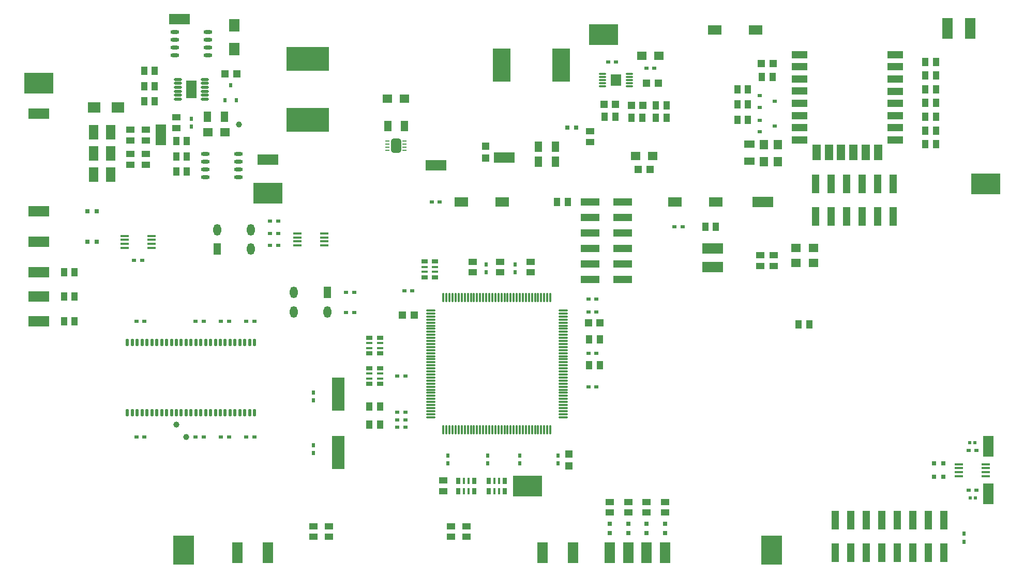
<source format=gtp>
G04 Layer_Color=8421504*
%FSLAX25Y25*%
%MOIN*%
G70*
G01*
G75*
%ADD11R,0.05512X0.04331*%
%ADD12R,0.03150X0.03150*%
%ADD13O,0.02165X0.04724*%
%ADD14R,0.05118X0.07480*%
%ADD15O,0.05118X0.07480*%
%ADD16R,0.07874X0.21654*%
%ADD17R,0.06614X0.07402*%
%ADD18O,0.05315X0.01142*%
%ADD19R,0.05512X0.01693*%
%ADD20R,0.02756X0.00984*%
G04:AMPARAMS|DCode=21|XSize=93.7mil|YSize=64.96mil|CornerRadius=16.24mil|HoleSize=0mil|Usage=FLASHONLY|Rotation=270.000|XOffset=0mil|YOffset=0mil|HoleType=Round|Shape=RoundedRectangle|*
%AMROUNDEDRECTD21*
21,1,0.09370,0.03248,0,0,270.0*
21,1,0.06122,0.06496,0,0,270.0*
1,1,0.03248,-0.01624,-0.03061*
1,1,0.03248,-0.01624,0.03061*
1,1,0.03248,0.01624,0.03061*
1,1,0.03248,0.01624,-0.03061*
%
%ADD21ROUNDEDRECTD21*%
%ADD22O,0.05709X0.02362*%
%ADD23O,0.05315X0.01693*%
%ADD24R,0.06929X0.11614*%
%ADD25O,0.01161X0.06496*%
%ADD26O,0.06496X0.01161*%
%ADD27R,0.07087X0.13386*%
%ADD28C,0.03937*%
%ADD29R,0.13386X0.07087*%
%ADD30R,0.09055X0.05906*%
%ADD31R,0.04331X0.01772*%
%ADD32R,0.04331X0.02756*%
%ADD33R,0.01772X0.04331*%
%ADD34R,0.02756X0.04331*%
%ADD35R,0.04331X0.05512*%
%ADD36R,0.04921X0.06890*%
%ADD37R,0.02362X0.02165*%
%ADD38R,0.03150X0.02362*%
%ADD39R,0.11417X0.21260*%
%ADD40R,0.27559X0.15748*%
%ADD41R,0.05000X0.12000*%
%ADD42R,0.12000X0.05000*%
%ADD43R,0.03150X0.03150*%
%ADD44R,0.02362X0.03150*%
%ADD45R,0.08465X0.07087*%
%ADD46R,0.07087X0.08465*%
%ADD47R,0.05512X0.05906*%
%ADD48R,0.04724X0.04724*%
%ADD49R,0.03150X0.02362*%
%ADD50R,0.05906X0.05512*%
%ADD51R,0.04724X0.04724*%
%ADD52R,0.02362X0.03150*%
%ADD53R,0.05906X0.09449*%
%ADD54R,0.06890X0.04921*%
%ADD55R,0.18504X0.13386*%
%ADD56R,0.13386X0.18504*%
%ADD57R,0.10000X0.04500*%
%ADD58R,0.05500X0.10000*%
D11*
X375000Y287894D02*
D03*
Y281004D02*
D03*
X299213Y203740D02*
D03*
Y196850D02*
D03*
X387795Y41831D02*
D03*
Y48720D02*
D03*
X399606Y41831D02*
D03*
Y48720D02*
D03*
X411417Y41831D02*
D03*
Y48720D02*
D03*
X423228Y41831D02*
D03*
Y48720D02*
D03*
X88583Y266240D02*
D03*
Y273130D02*
D03*
X78740Y266240D02*
D03*
Y273130D02*
D03*
X108268Y296752D02*
D03*
Y289862D02*
D03*
X316929Y203740D02*
D03*
Y196850D02*
D03*
X336614D02*
D03*
Y203740D02*
D03*
X206693Y32972D02*
D03*
Y26083D02*
D03*
X196850Y32972D02*
D03*
Y26083D02*
D03*
X295276Y32972D02*
D03*
Y26083D02*
D03*
X285433Y32972D02*
D03*
Y26083D02*
D03*
X280512Y62500D02*
D03*
Y55610D02*
D03*
X484646Y200886D02*
D03*
Y207776D02*
D03*
X493504Y200886D02*
D03*
Y207776D02*
D03*
X88583Y281988D02*
D03*
Y288878D02*
D03*
X78740Y281988D02*
D03*
Y288878D02*
D03*
D12*
X360236Y290354D02*
D03*
X366142D02*
D03*
X57087Y236221D02*
D03*
X51181D02*
D03*
X57087Y216535D02*
D03*
X51181D02*
D03*
X602756Y73425D02*
D03*
X596850D02*
D03*
X602756Y64764D02*
D03*
X596850D02*
D03*
D13*
X76870Y106299D02*
D03*
X80020D02*
D03*
X83169D02*
D03*
X86319D02*
D03*
X89468D02*
D03*
X92618D02*
D03*
X95768D02*
D03*
X98917D02*
D03*
X102067D02*
D03*
X105217D02*
D03*
X108366D02*
D03*
X111516D02*
D03*
X114665D02*
D03*
X117815D02*
D03*
X120965D02*
D03*
X124114D02*
D03*
X127264D02*
D03*
X130413D02*
D03*
X133563D02*
D03*
X136713D02*
D03*
X139862D02*
D03*
X143012D02*
D03*
X146161D02*
D03*
X149311D02*
D03*
X152461D02*
D03*
X155610D02*
D03*
X158760D02*
D03*
X76870Y151575D02*
D03*
X80020D02*
D03*
X83169D02*
D03*
X86319D02*
D03*
X89468D02*
D03*
X92618D02*
D03*
X95768D02*
D03*
X98917D02*
D03*
X102067D02*
D03*
X105217D02*
D03*
X108366D02*
D03*
X111516D02*
D03*
X114665D02*
D03*
X117815D02*
D03*
X120965D02*
D03*
X124114D02*
D03*
X127264D02*
D03*
X130413D02*
D03*
X133563D02*
D03*
X136713D02*
D03*
X139862D02*
D03*
X143012D02*
D03*
X146161D02*
D03*
X149311D02*
D03*
X152461D02*
D03*
X155610D02*
D03*
X158760D02*
D03*
D14*
X134744Y211814D02*
D03*
X205610Y183760D02*
D03*
D15*
X156398Y211814D02*
D03*
X134744Y224412D02*
D03*
X156398D02*
D03*
X183957Y183760D02*
D03*
X205610Y171161D02*
D03*
X183957D02*
D03*
D16*
X212598Y118110D02*
D03*
Y80709D02*
D03*
D17*
X391732Y320866D02*
D03*
D18*
X400492Y316929D02*
D03*
Y318898D02*
D03*
Y320866D02*
D03*
Y322835D02*
D03*
Y324803D02*
D03*
X382972Y316929D02*
D03*
Y318898D02*
D03*
Y320866D02*
D03*
Y322835D02*
D03*
Y324803D02*
D03*
D19*
X612795Y73032D02*
D03*
Y70473D02*
D03*
Y67913D02*
D03*
Y65354D02*
D03*
X630118Y73032D02*
D03*
Y70473D02*
D03*
Y67913D02*
D03*
Y65354D02*
D03*
X92323Y212697D02*
D03*
Y215256D02*
D03*
Y217815D02*
D03*
Y220374D02*
D03*
X75000Y212697D02*
D03*
Y215256D02*
D03*
Y217815D02*
D03*
Y220374D02*
D03*
X186319Y221951D02*
D03*
Y219392D02*
D03*
Y216833D02*
D03*
Y214274D02*
D03*
X203642Y221951D02*
D03*
Y219392D02*
D03*
Y216833D02*
D03*
Y214274D02*
D03*
D20*
X255512Y281594D02*
D03*
Y279626D02*
D03*
Y277658D02*
D03*
Y275689D02*
D03*
X244488D02*
D03*
Y277658D02*
D03*
Y279626D02*
D03*
Y281594D02*
D03*
D21*
X250000Y278543D02*
D03*
D22*
X127067Y273248D02*
D03*
Y268248D02*
D03*
Y263248D02*
D03*
Y258248D02*
D03*
X148524Y273248D02*
D03*
Y268248D02*
D03*
Y263248D02*
D03*
Y258248D02*
D03*
X107382Y351988D02*
D03*
Y346988D02*
D03*
Y341988D02*
D03*
Y336988D02*
D03*
X128839Y351988D02*
D03*
Y346988D02*
D03*
Y341988D02*
D03*
Y336988D02*
D03*
D23*
X109350Y321358D02*
D03*
Y318799D02*
D03*
Y316240D02*
D03*
Y313681D02*
D03*
Y311122D02*
D03*
Y308563D02*
D03*
X126870Y321358D02*
D03*
Y318799D02*
D03*
Y316240D02*
D03*
Y313681D02*
D03*
Y311122D02*
D03*
Y308563D02*
D03*
D24*
X118110Y314961D02*
D03*
D25*
X280512Y180413D02*
D03*
X282480D02*
D03*
X284449D02*
D03*
X286417D02*
D03*
X288386D02*
D03*
X290354D02*
D03*
X292323D02*
D03*
X294291D02*
D03*
X296260D02*
D03*
X298228D02*
D03*
X300197D02*
D03*
X302165D02*
D03*
X304134D02*
D03*
X306102D02*
D03*
X308071D02*
D03*
X310039D02*
D03*
X312008D02*
D03*
X313976D02*
D03*
X315945D02*
D03*
X317913D02*
D03*
X319882D02*
D03*
X321850D02*
D03*
X323819D02*
D03*
X325787D02*
D03*
X327756D02*
D03*
X329724D02*
D03*
X331693D02*
D03*
X333661D02*
D03*
X335630D02*
D03*
X337598D02*
D03*
X339567D02*
D03*
X341535D02*
D03*
X343504D02*
D03*
X345472D02*
D03*
X347441D02*
D03*
X349410D02*
D03*
Y95177D02*
D03*
X347441D02*
D03*
X345472D02*
D03*
X343504D02*
D03*
X341535D02*
D03*
X339567D02*
D03*
X337598D02*
D03*
X335630D02*
D03*
X333661D02*
D03*
X331693D02*
D03*
X329724D02*
D03*
X327756D02*
D03*
X325787D02*
D03*
X323819D02*
D03*
X321850D02*
D03*
X319882D02*
D03*
X317913D02*
D03*
X315945D02*
D03*
X313976D02*
D03*
X312008D02*
D03*
X310039D02*
D03*
X308071D02*
D03*
X306102D02*
D03*
X304134D02*
D03*
X302165D02*
D03*
X300197D02*
D03*
X298228D02*
D03*
X296260D02*
D03*
X294291D02*
D03*
X292323D02*
D03*
X290354D02*
D03*
X288386D02*
D03*
X286417D02*
D03*
X284449D02*
D03*
X282480D02*
D03*
X280512D02*
D03*
D26*
X357579Y172244D02*
D03*
Y170276D02*
D03*
Y168307D02*
D03*
Y166339D02*
D03*
Y164370D02*
D03*
Y162402D02*
D03*
Y160433D02*
D03*
Y158465D02*
D03*
Y156496D02*
D03*
Y154528D02*
D03*
Y152559D02*
D03*
Y150591D02*
D03*
Y148622D02*
D03*
Y146653D02*
D03*
Y144685D02*
D03*
Y142717D02*
D03*
Y140748D02*
D03*
Y138779D02*
D03*
Y136811D02*
D03*
Y134843D02*
D03*
Y132874D02*
D03*
Y130905D02*
D03*
Y128937D02*
D03*
Y126969D02*
D03*
Y125000D02*
D03*
Y123031D02*
D03*
Y121063D02*
D03*
Y119095D02*
D03*
Y117126D02*
D03*
Y115157D02*
D03*
Y113189D02*
D03*
Y111221D02*
D03*
Y109252D02*
D03*
Y107283D02*
D03*
Y105315D02*
D03*
Y103347D02*
D03*
X272342D02*
D03*
Y105315D02*
D03*
Y107283D02*
D03*
Y109252D02*
D03*
Y111221D02*
D03*
Y113189D02*
D03*
Y115157D02*
D03*
Y117126D02*
D03*
Y119095D02*
D03*
Y121063D02*
D03*
Y123031D02*
D03*
Y125000D02*
D03*
Y126969D02*
D03*
Y128937D02*
D03*
Y130905D02*
D03*
Y132874D02*
D03*
Y134843D02*
D03*
Y136811D02*
D03*
Y138779D02*
D03*
Y140748D02*
D03*
Y142717D02*
D03*
Y144685D02*
D03*
Y146653D02*
D03*
Y148622D02*
D03*
Y150591D02*
D03*
Y152559D02*
D03*
Y154528D02*
D03*
Y156496D02*
D03*
Y158465D02*
D03*
Y160433D02*
D03*
Y162402D02*
D03*
Y164370D02*
D03*
Y166339D02*
D03*
Y168307D02*
D03*
Y170276D02*
D03*
Y172244D02*
D03*
D27*
X620079Y354331D02*
D03*
X605315D02*
D03*
X631791Y84653D02*
D03*
Y53937D02*
D03*
X387795Y15748D02*
D03*
X399606D02*
D03*
X411417D02*
D03*
X423228D02*
D03*
X98425Y285433D02*
D03*
X167323Y15748D02*
D03*
X147638D02*
D03*
X364173D02*
D03*
X344488D02*
D03*
D28*
X114665Y90551D02*
D03*
X148819Y292126D02*
D03*
X108366Y98721D02*
D03*
D29*
X319685Y270866D02*
D03*
X19685Y165354D02*
D03*
Y181102D02*
D03*
Y196850D02*
D03*
Y236221D02*
D03*
Y216535D02*
D03*
X275590Y265748D02*
D03*
X110236Y360236D02*
D03*
X167323Y269685D02*
D03*
X19685Y299213D02*
D03*
X454134Y200394D02*
D03*
Y212205D02*
D03*
X486221Y242126D02*
D03*
D30*
X455315Y353346D02*
D03*
X481693D02*
D03*
X456102Y242126D02*
D03*
X429724D02*
D03*
X318307D02*
D03*
X291929D02*
D03*
D31*
X239567Y128347D02*
D03*
Y131496D02*
D03*
X232874Y128347D02*
D03*
Y131496D02*
D03*
X239567Y148031D02*
D03*
Y151181D02*
D03*
X232874Y148031D02*
D03*
Y151181D02*
D03*
X268307Y200394D02*
D03*
Y197244D02*
D03*
X275000Y200394D02*
D03*
Y197244D02*
D03*
D32*
X239567Y124823D02*
D03*
Y135020D02*
D03*
X232874Y124823D02*
D03*
Y135020D02*
D03*
X239567Y144508D02*
D03*
Y154705D02*
D03*
X232874Y144508D02*
D03*
Y154705D02*
D03*
X268307Y203917D02*
D03*
Y193720D02*
D03*
X275000Y203917D02*
D03*
Y193720D02*
D03*
D33*
X316535Y62402D02*
D03*
X313386D02*
D03*
X316535Y55709D02*
D03*
X313386D02*
D03*
X296850Y62402D02*
D03*
X293701D02*
D03*
X296850Y55709D02*
D03*
X293701D02*
D03*
D34*
X320059Y62402D02*
D03*
X309862D02*
D03*
X320059Y55709D02*
D03*
X309862D02*
D03*
X300374Y62402D02*
D03*
X290177D02*
D03*
X300374Y55709D02*
D03*
X290177D02*
D03*
D35*
X469980Y295276D02*
D03*
X476870D02*
D03*
X591043Y314961D02*
D03*
X597933D02*
D03*
X591043Y323819D02*
D03*
X597933D02*
D03*
X591043Y279528D02*
D03*
X597933D02*
D03*
X469980Y305118D02*
D03*
X476870D02*
D03*
X591043Y306102D02*
D03*
X597933D02*
D03*
X591043Y332677D02*
D03*
X597933D02*
D03*
X591043Y288386D02*
D03*
X597933D02*
D03*
X591043Y297244D02*
D03*
X597933D02*
D03*
X485728Y322835D02*
D03*
X492618D02*
D03*
X469980Y314961D02*
D03*
X476870D02*
D03*
X381398Y136811D02*
D03*
X374508D02*
D03*
X391240Y297244D02*
D03*
X384350D02*
D03*
X417323Y304724D02*
D03*
X424213D02*
D03*
Y296457D02*
D03*
X417323D02*
D03*
X401673D02*
D03*
X408563D02*
D03*
X35925Y165354D02*
D03*
X42815D02*
D03*
X35925Y181102D02*
D03*
X42815D02*
D03*
X35925Y196850D02*
D03*
X42815D02*
D03*
X115157Y281496D02*
D03*
X108268D02*
D03*
X94488Y307087D02*
D03*
X87598D02*
D03*
X108268Y271654D02*
D03*
X115157D02*
D03*
Y261811D02*
D03*
X108268D02*
D03*
X87598Y316929D02*
D03*
X94488D02*
D03*
X87598Y326772D02*
D03*
X94488D02*
D03*
X449311Y226378D02*
D03*
X456201D02*
D03*
X360728Y242126D02*
D03*
X353839D02*
D03*
X232776Y98425D02*
D03*
X239665D02*
D03*
X232776Y110236D02*
D03*
X239665D02*
D03*
X509350Y163386D02*
D03*
X516240D02*
D03*
X374508Y153543D02*
D03*
X381398D02*
D03*
D36*
X352559Y277953D02*
D03*
X341732D02*
D03*
X352559Y268110D02*
D03*
X341732D02*
D03*
X244587Y291339D02*
D03*
X255413D02*
D03*
X128445Y297244D02*
D03*
X139272D02*
D03*
D37*
X619783Y86910D02*
D03*
X623130D02*
D03*
X623228Y51279D02*
D03*
X619882D02*
D03*
D38*
X494095Y291339D02*
D03*
X484252Y287598D02*
D03*
Y295079D02*
D03*
X494095Y307087D02*
D03*
X484252Y303346D02*
D03*
Y310827D02*
D03*
D39*
X356299Y330709D02*
D03*
X318110D02*
D03*
D40*
X192913Y334646D02*
D03*
Y295276D02*
D03*
D41*
X570354Y253937D02*
D03*
Y232937D02*
D03*
X560354Y253937D02*
D03*
Y232937D02*
D03*
X550354Y253937D02*
D03*
Y232937D02*
D03*
X540354Y253937D02*
D03*
Y232937D02*
D03*
X530354Y253937D02*
D03*
Y232937D02*
D03*
X520354Y253937D02*
D03*
Y232937D02*
D03*
X532992Y15748D02*
D03*
Y36748D02*
D03*
X542992Y15748D02*
D03*
Y36748D02*
D03*
X552992Y15748D02*
D03*
Y36748D02*
D03*
X562992Y15748D02*
D03*
Y36748D02*
D03*
X572992Y15748D02*
D03*
Y36748D02*
D03*
X582992Y15748D02*
D03*
Y36748D02*
D03*
X592992Y15748D02*
D03*
X602992D02*
D03*
X592992Y36748D02*
D03*
X602992D02*
D03*
D42*
X375197Y242244D02*
D03*
X396197D02*
D03*
X375197Y232244D02*
D03*
X396197D02*
D03*
X375197Y222244D02*
D03*
X396197D02*
D03*
X375197Y212244D02*
D03*
X396197D02*
D03*
X375197Y202244D02*
D03*
X396197D02*
D03*
X375197Y192244D02*
D03*
X396197D02*
D03*
D43*
X387795Y28543D02*
D03*
Y34449D02*
D03*
X399606Y28543D02*
D03*
Y34449D02*
D03*
X411417Y28543D02*
D03*
Y34449D02*
D03*
X423228Y28543D02*
D03*
Y34449D02*
D03*
D44*
X143307Y317618D02*
D03*
X147047Y307776D02*
D03*
X139567D02*
D03*
D45*
X70866Y303150D02*
D03*
X55512D02*
D03*
D46*
X145669Y340748D02*
D03*
Y356102D02*
D03*
D47*
X496063Y268110D02*
D03*
Y279134D02*
D03*
X487205Y268110D02*
D03*
Y279134D02*
D03*
D48*
X492913Y331693D02*
D03*
X485433D02*
D03*
X411417Y318898D02*
D03*
X418898D02*
D03*
X384055Y305118D02*
D03*
X391535D02*
D03*
X413583Y263386D02*
D03*
X406102D02*
D03*
X409055Y304724D02*
D03*
X401575D02*
D03*
X139764Y324803D02*
D03*
X147244D02*
D03*
X374016Y164370D02*
D03*
X381496D02*
D03*
X254134Y169291D02*
D03*
X261614D02*
D03*
D49*
X158661Y90551D02*
D03*
X153543D02*
D03*
X142323D02*
D03*
X137205D02*
D03*
X125984D02*
D03*
X120866D02*
D03*
X87795D02*
D03*
X82677D02*
D03*
X153543Y165354D02*
D03*
X158661D02*
D03*
X137205D02*
D03*
X142323D02*
D03*
X120866D02*
D03*
X125984D02*
D03*
X82677D02*
D03*
X87795D02*
D03*
X411417Y328740D02*
D03*
X416535D02*
D03*
X391732Y332677D02*
D03*
X386614D02*
D03*
X624016Y81988D02*
D03*
X618898D02*
D03*
X618996Y56299D02*
D03*
X624114D02*
D03*
X81102Y204724D02*
D03*
X86221D02*
D03*
X173917Y229924D02*
D03*
X168799D02*
D03*
X173917Y214176D02*
D03*
X168799D02*
D03*
X173917Y222050D02*
D03*
X168799D02*
D03*
X434646Y226378D02*
D03*
X429528D02*
D03*
X379134Y179528D02*
D03*
X374016D02*
D03*
X379134Y171260D02*
D03*
X374016D02*
D03*
X379134Y144685D02*
D03*
X374016D02*
D03*
X379134Y123031D02*
D03*
X374016D02*
D03*
X255906Y106501D02*
D03*
X250787D02*
D03*
X255906Y129921D02*
D03*
X250787D02*
D03*
X260433Y185039D02*
D03*
X255315D02*
D03*
X278150Y242126D02*
D03*
X273031D02*
D03*
X255906Y96850D02*
D03*
X250787D02*
D03*
X255906Y101676D02*
D03*
X250787D02*
D03*
X222933Y183760D02*
D03*
X217815D02*
D03*
X222933Y170965D02*
D03*
X217815D02*
D03*
D50*
X415354Y272047D02*
D03*
X404331D02*
D03*
X419291Y336614D02*
D03*
X408268D02*
D03*
X139764Y287402D02*
D03*
X128740D02*
D03*
X255512Y309055D02*
D03*
X244488D02*
D03*
X518898Y212598D02*
D03*
X507874D02*
D03*
X518898Y202756D02*
D03*
X507874D02*
D03*
D51*
X307874Y270669D02*
D03*
Y278150D02*
D03*
X361221Y79527D02*
D03*
Y72047D02*
D03*
D52*
X118110Y295866D02*
D03*
Y290748D02*
D03*
X616142Y23031D02*
D03*
Y28150D02*
D03*
X308071Y201969D02*
D03*
Y196850D02*
D03*
X326772Y201969D02*
D03*
Y196850D02*
D03*
X354331Y73622D02*
D03*
Y78740D02*
D03*
X329724Y73622D02*
D03*
Y78740D02*
D03*
X309055Y73622D02*
D03*
Y78740D02*
D03*
X283465Y73622D02*
D03*
Y78740D02*
D03*
X196850Y80118D02*
D03*
Y85236D02*
D03*
Y119291D02*
D03*
Y114173D02*
D03*
D53*
X66142Y259842D02*
D03*
X55118D02*
D03*
X66142Y273622D02*
D03*
X55118D02*
D03*
X66142Y287402D02*
D03*
X55118D02*
D03*
D54*
X477559Y268602D02*
D03*
Y279429D02*
D03*
D55*
X629921Y253937D02*
D03*
X383858Y350394D02*
D03*
X167323Y248031D02*
D03*
X19685Y318898D02*
D03*
X334646Y59055D02*
D03*
D56*
X492126Y17717D02*
D03*
X113189D02*
D03*
D57*
X571555Y337281D02*
D03*
Y329481D02*
D03*
Y321481D02*
D03*
Y313681D02*
D03*
Y305781D02*
D03*
X571655Y297881D02*
D03*
Y290081D02*
D03*
Y282181D02*
D03*
X510154Y282281D02*
D03*
Y290181D02*
D03*
Y297981D02*
D03*
Y305781D02*
D03*
Y313781D02*
D03*
Y321581D02*
D03*
Y329481D02*
D03*
Y337281D02*
D03*
D58*
X552555Y274081D02*
D03*
X560555D02*
D03*
X544755D02*
D03*
X536755D02*
D03*
X528955D02*
D03*
X521154D02*
D03*
M02*

</source>
